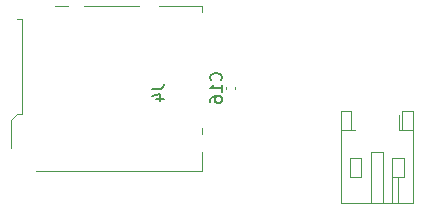
<source format=gbr>
%TF.GenerationSoftware,KiCad,Pcbnew,9.0.2*%
%TF.CreationDate,2025-07-15T12:28:35-04:00*%
%TF.ProjectId,GPSWatch,47505357-6174-4636-982e-6b696361645f,rev?*%
%TF.SameCoordinates,Original*%
%TF.FileFunction,Legend,Bot*%
%TF.FilePolarity,Positive*%
%FSLAX46Y46*%
G04 Gerber Fmt 4.6, Leading zero omitted, Abs format (unit mm)*
G04 Created by KiCad (PCBNEW 9.0.2) date 2025-07-15 12:28:35*
%MOMM*%
%LPD*%
G01*
G04 APERTURE LIST*
%ADD10C,0.150000*%
%ADD11C,0.120000*%
G04 APERTURE END LIST*
D10*
X127699580Y-116957142D02*
X127747200Y-116909523D01*
X127747200Y-116909523D02*
X127794819Y-116766666D01*
X127794819Y-116766666D02*
X127794819Y-116671428D01*
X127794819Y-116671428D02*
X127747200Y-116528571D01*
X127747200Y-116528571D02*
X127651961Y-116433333D01*
X127651961Y-116433333D02*
X127556723Y-116385714D01*
X127556723Y-116385714D02*
X127366247Y-116338095D01*
X127366247Y-116338095D02*
X127223390Y-116338095D01*
X127223390Y-116338095D02*
X127032914Y-116385714D01*
X127032914Y-116385714D02*
X126937676Y-116433333D01*
X126937676Y-116433333D02*
X126842438Y-116528571D01*
X126842438Y-116528571D02*
X126794819Y-116671428D01*
X126794819Y-116671428D02*
X126794819Y-116766666D01*
X126794819Y-116766666D02*
X126842438Y-116909523D01*
X126842438Y-116909523D02*
X126890057Y-116957142D01*
X127794819Y-117909523D02*
X127794819Y-117338095D01*
X127794819Y-117623809D02*
X126794819Y-117623809D01*
X126794819Y-117623809D02*
X126937676Y-117528571D01*
X126937676Y-117528571D02*
X127032914Y-117433333D01*
X127032914Y-117433333D02*
X127080533Y-117338095D01*
X126794819Y-118766666D02*
X126794819Y-118576190D01*
X126794819Y-118576190D02*
X126842438Y-118480952D01*
X126842438Y-118480952D02*
X126890057Y-118433333D01*
X126890057Y-118433333D02*
X127032914Y-118338095D01*
X127032914Y-118338095D02*
X127223390Y-118290476D01*
X127223390Y-118290476D02*
X127604342Y-118290476D01*
X127604342Y-118290476D02*
X127699580Y-118338095D01*
X127699580Y-118338095D02*
X127747200Y-118385714D01*
X127747200Y-118385714D02*
X127794819Y-118480952D01*
X127794819Y-118480952D02*
X127794819Y-118671428D01*
X127794819Y-118671428D02*
X127747200Y-118766666D01*
X127747200Y-118766666D02*
X127699580Y-118814285D01*
X127699580Y-118814285D02*
X127604342Y-118861904D01*
X127604342Y-118861904D02*
X127366247Y-118861904D01*
X127366247Y-118861904D02*
X127271009Y-118814285D01*
X127271009Y-118814285D02*
X127223390Y-118766666D01*
X127223390Y-118766666D02*
X127175771Y-118671428D01*
X127175771Y-118671428D02*
X127175771Y-118480952D01*
X127175771Y-118480952D02*
X127223390Y-118385714D01*
X127223390Y-118385714D02*
X127271009Y-118338095D01*
X127271009Y-118338095D02*
X127366247Y-118290476D01*
X121879819Y-117641666D02*
X122594104Y-117641666D01*
X122594104Y-117641666D02*
X122736961Y-117594047D01*
X122736961Y-117594047D02*
X122832200Y-117498809D01*
X122832200Y-117498809D02*
X122879819Y-117355952D01*
X122879819Y-117355952D02*
X122879819Y-117260714D01*
X122213152Y-118546428D02*
X122879819Y-118546428D01*
X121832200Y-118308333D02*
X122546485Y-118070238D01*
X122546485Y-118070238D02*
X122546485Y-118689285D01*
D11*
%TO.C,J1*%
X143960000Y-127360000D02*
X137840000Y-127360000D01*
X143960000Y-121140000D02*
X143040000Y-121140000D01*
X143960000Y-119540000D02*
X143960000Y-127360000D01*
X143200000Y-125100000D02*
X142200000Y-125100000D01*
X143200000Y-123500000D02*
X143200000Y-125100000D01*
X143040000Y-121140000D02*
X143040000Y-119540000D01*
X143040000Y-119540000D02*
X143960000Y-119540000D01*
X142760000Y-121140000D02*
X143040000Y-121140000D01*
X142760000Y-121140000D02*
X142760000Y-119925000D01*
X142700000Y-125100000D02*
X142700000Y-127360000D01*
X142200000Y-125100000D02*
X142200000Y-127360000D01*
X142200000Y-125100000D02*
X142200000Y-123500000D01*
X142200000Y-123500000D02*
X143200000Y-123500000D01*
X141400000Y-127360000D02*
X141400000Y-123000000D01*
X141400000Y-123000000D02*
X140400000Y-123000000D01*
X140400000Y-123000000D02*
X140400000Y-127360000D01*
X139600000Y-125100000D02*
X139600000Y-123500000D01*
X139600000Y-123500000D02*
X138600000Y-123500000D01*
X138760000Y-121140000D02*
X139040000Y-121140000D01*
X138760000Y-119540000D02*
X138760000Y-121140000D01*
X138600000Y-125100000D02*
X139600000Y-125100000D01*
X138600000Y-123500000D02*
X138600000Y-125100000D01*
X137840000Y-127360000D02*
X137840000Y-119540000D01*
X137840000Y-121140000D02*
X138760000Y-121140000D01*
X137840000Y-119540000D02*
X138760000Y-119540000D01*
%TO.C,C16*%
X128860000Y-117492164D02*
X128860000Y-117707836D01*
X128140000Y-117492164D02*
X128140000Y-117707836D01*
%TO.C,J4*%
X109915000Y-122675000D02*
X109915000Y-120275000D01*
X109925000Y-120265000D02*
X110415000Y-119765000D01*
X110865000Y-111735000D02*
X110415000Y-111735000D01*
X110865000Y-111735000D02*
X110865000Y-119765000D01*
X110865000Y-119765000D02*
X110415000Y-119765000D01*
X114775000Y-110615000D02*
X113675000Y-110615000D01*
X120775000Y-110615000D02*
X116075000Y-110615000D01*
X126085000Y-110615000D02*
X122475000Y-110615000D01*
X126085000Y-111125000D02*
X126085000Y-110615000D01*
X126085000Y-120975000D02*
X126085000Y-121525000D01*
X126085000Y-124585000D02*
X112025000Y-124585000D01*
X126085000Y-124585000D02*
X126085000Y-123025000D01*
%TD*%
M02*

</source>
